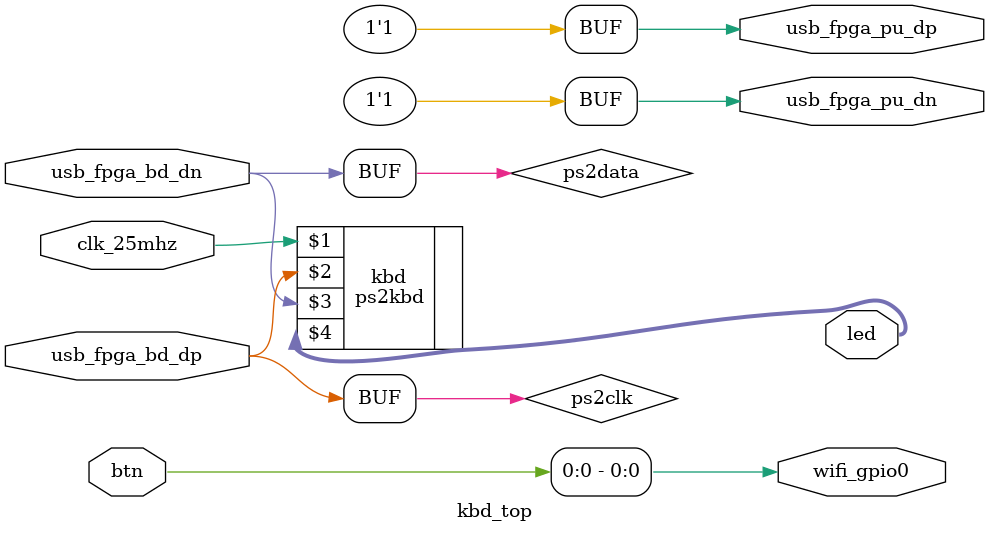
<source format=v>

module kbd_top
(
  input   clk_25mhz,
  input   [6:0] btn,
  output  [7:0] led,
  output wire usb_fpga_pu_dp, usb_fpga_pu_dn,
  input  wire usb_fpga_bd_dp, usb_fpga_bd_dn,
  output wire wifi_gpio0
);

  wire clk_25mhz;

  assign wifi_gpio0     = btn[0];
  
  // enable pull ups on both D+ and D-
  assign usb_fpga_pu_dp = 1'b1; 
  assign usb_fpga_pu_dn = 1'b1;

  wire ps2clk  = usb_fpga_bd_dp;
  wire ps2data = usb_fpga_bd_dn;
  
  ps2kbd kbd(clk_25mhz, ps2clk, ps2data, led, , );

endmodule

</source>
